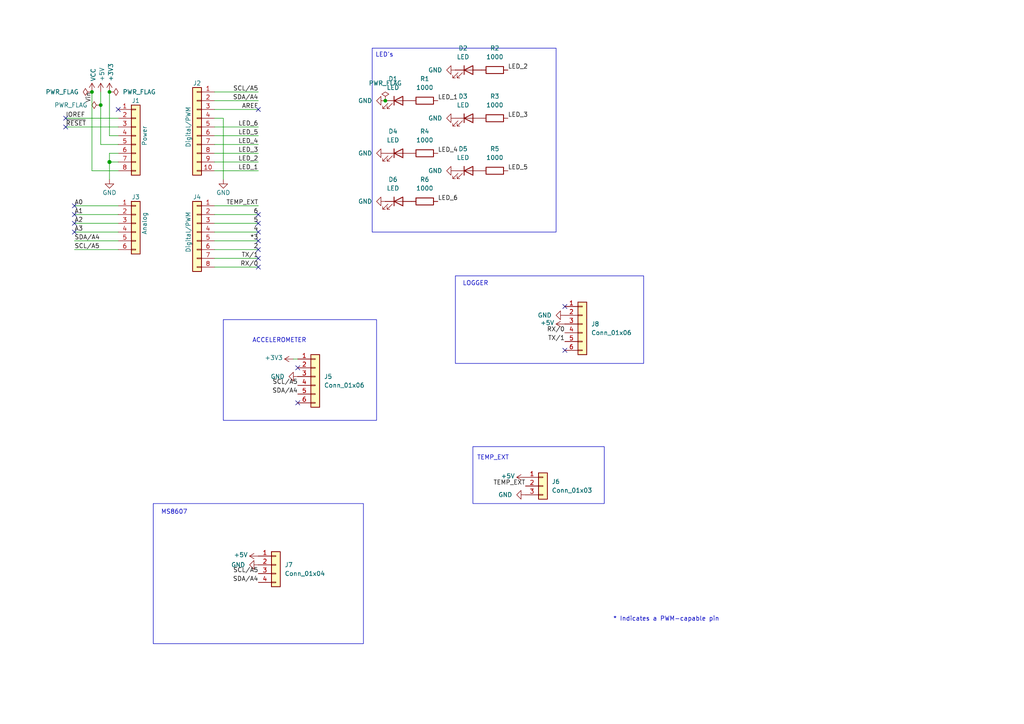
<source format=kicad_sch>
(kicad_sch (version 20231120) (generator "eeschema") (generator_version "8.0")
  (paper "A4")
  (title_block (date "mar. 31 mars 2015"))
  (lib_symbols
    (symbol "Connector_Generic:Conn_01x03" (pin_names (offset 1.016) hide)
      (property "Reference" "J" (at 0 5.08 0))
      (property "Value" "Conn_01x03" (at 0 -5.08 0))
      (symbol "Conn_01x03_1_1"
        (rectangle (start -1.27 -2.413) (end 0 -2.667) (stroke (width 0.1524)))
        (rectangle (start -1.27 0.127) (end 0 -0.127) (stroke (width 0.1524)))
        (rectangle (start -1.27 2.667) (end 0 2.413) (stroke (width 0.1524)))
        (rectangle (start -1.27 3.81) (end 1.27 -3.81) (stroke (width 0.254)) (fill (type background)))
        (pin passive line (at -5.08 2.54 0) (length 3.81) (name "Pin_1") (number "1"))
        (pin passive line (at -5.08 0 0) (length 3.81) (name "Pin_2") (number "2"))
        (pin passive line (at -5.08 -2.54 0) (length 3.81) (name "Pin_3") (number "3"))
      )
    )
    (symbol "Connector_Generic:Conn_01x04" (pin_names (offset 1.016) hide)
      (property "Reference" "J" (at 0 5.08 0))
      (property "Value" "Conn_01x04" (at 0 -7.62 0))
      (symbol "Conn_01x04_1_1"
        (rectangle (start -1.27 -4.953) (end 0 -5.207) (stroke (width 0.1524)))
        (rectangle (start -1.27 -2.413) (end 0 -2.667) (stroke (width 0.1524)))
        (rectangle (start -1.27 0.127) (end 0 -0.127) (stroke (width 0.1524)))
        (rectangle (start -1.27 2.667) (end 0 2.413) (stroke (width 0.1524)))
        (rectangle (start -1.27 3.81) (end 1.27 -6.35) (stroke (width 0.254)) (fill (type background)))
        (pin passive line (at -5.08 2.54 0) (length 3.81) (name "Pin_1") (number "1"))
        (pin passive line (at -5.08 0 0) (length 3.81) (name "Pin_2") (number "2"))
        (pin passive line (at -5.08 -2.54 0) (length 3.81) (name "Pin_3") (number "3"))
        (pin passive line (at -5.08 -5.08 0) (length 3.81) (name "Pin_4") (number "4"))
      )
    )
    (symbol "Connector_Generic:Conn_01x06" (pin_names (offset 1.016) hide)
      (property "Reference" "J" (at 0 7.62 0))
      (property "Value" "Conn_01x06" (at 0 -10.16 0))
      (symbol "Conn_01x06_1_1"
        (rectangle (start -1.27 -7.493) (end 0 -7.747) (stroke (width 0.1524)))
        (rectangle (start -1.27 -4.953) (end 0 -5.207) (stroke (width 0.1524)))
        (rectangle (start -1.27 -2.413) (end 0 -2.667) (stroke (width 0.1524)))
        (rectangle (start -1.27 0.127) (end 0 -0.127) (stroke (width 0.1524)))
        (rectangle (start -1.27 2.667) (end 0 2.413) (stroke (width 0.1524)))
        (rectangle (start -1.27 5.207) (end 0 4.953) (stroke (width 0.1524)))
        (rectangle (start -1.27 6.35) (end 1.27 -8.89) (stroke (width 0.254)) (fill (type background)))
        (pin passive line (at -5.08 5.08 0) (length 3.81) (name "Pin_1") (number "1"))
        (pin passive line (at -5.08 2.54 0) (length 3.81) (name "Pin_2") (number "2"))
        (pin passive line (at -5.08 0 0) (length 3.81) (name "Pin_3") (number "3"))
        (pin passive line (at -5.08 -2.54 0) (length 3.81) (name "Pin_4") (number "4"))
        (pin passive line (at -5.08 -5.08 0) (length 3.81) (name "Pin_5") (number "5"))
        (pin passive line (at -5.08 -7.62 0) (length 3.81) (name "Pin_6") (number "6"))
      )
    )
    (symbol "Connector_Generic:Conn_01x08" (pin_names (offset 1.016) hide)
      (property "Reference" "J" (at 0 10.16 0))
      (property "Value" "Conn_01x08" (at 0 -12.7 0))
      (symbol "Conn_01x08_1_1"
        (rectangle (start -1.27 -10.033) (end 0 -10.287) (stroke (width 0.1524)))
        (rectangle (start -1.27 -7.493) (end 0 -7.747) (stroke (width 0.1524)))
        (rectangle (start -1.27 -4.953) (end 0 -5.207) (stroke (width 0.1524)))
        (rectangle (start -1.27 -2.413) (end 0 -2.667) (stroke (width 0.1524)))
        (rectangle (start -1.27 0.127) (end 0 -0.127) (stroke (width 0.1524)))
        (rectangle (start -1.27 2.667) (end 0 2.413) (stroke (width 0.1524)))
        (rectangle (start -1.27 5.207) (end 0 4.953) (stroke (width 0.1524)))
        (rectangle (start -1.27 7.747) (end 0 7.493) (stroke (width 0.1524)))
        (rectangle (start -1.27 8.89) (end 1.27 -11.43) (stroke (width 0.254)) (fill (type background)))
        (pin passive line (at -5.08 7.62 0) (length 3.81) (name "Pin_1") (number "1"))
        (pin passive line (at -5.08 5.08 0) (length 3.81) (name "Pin_2") (number "2"))
        (pin passive line (at -5.08 2.54 0) (length 3.81) (name "Pin_3") (number "3"))
        (pin passive line (at -5.08 0 0) (length 3.81) (name "Pin_4") (number "4"))
        (pin passive line (at -5.08 -2.54 0) (length 3.81) (name "Pin_5") (number "5"))
        (pin passive line (at -5.08 -5.08 0) (length 3.81) (name "Pin_6") (number "6"))
        (pin passive line (at -5.08 -7.62 0) (length 3.81) (name "Pin_7") (number "7"))
        (pin passive line (at -5.08 -10.16 0) (length 3.81) (name "Pin_8") (number "8"))
      )
    )
    (symbol "Connector_Generic:Conn_01x10" (pin_names (offset 1.016) hide)
      (property "Reference" "J" (at 0 12.7 0))
      (property "Value" "Conn_01x10" (at 0 -15.24 0))
      (symbol "Conn_01x10_1_1"
        (rectangle (start -1.27 -12.573) (end 0 -12.827) (stroke (width 0.1524)))
        (rectangle (start -1.27 -10.033) (end 0 -10.287) (stroke (width 0.1524)))
        (rectangle (start -1.27 -7.493) (end 0 -7.747) (stroke (width 0.1524)))
        (rectangle (start -1.27 -4.953) (end 0 -5.207) (stroke (width 0.1524)))
        (rectangle (start -1.27 -2.413) (end 0 -2.667) (stroke (width 0.1524)))
        (rectangle (start -1.27 0.127) (end 0 -0.127) (stroke (width 0.1524)))
        (rectangle (start -1.27 2.667) (end 0 2.413) (stroke (width 0.1524)))
        (rectangle (start -1.27 5.207) (end 0 4.953) (stroke (width 0.1524)))
        (rectangle (start -1.27 7.747) (end 0 7.493) (stroke (width 0.1524)))
        (rectangle (start -1.27 10.287) (end 0 10.033) (stroke (width 0.1524)))
        (rectangle (start -1.27 11.43) (end 1.27 -13.97) (stroke (width 0.254)) (fill (type background)))
        (pin passive line (at -5.08 10.16 0) (length 3.81) (name "Pin_1") (number "1"))
        (pin passive line (at -5.08 -12.7 0) (length 3.81) (name "Pin_10") (number "10"))
        (pin passive line (at -5.08 7.62 0) (length 3.81) (name "Pin_2") (number "2"))
        (pin passive line (at -5.08 5.08 0) (length 3.81) (name "Pin_3") (number "3"))
        (pin passive line (at -5.08 2.54 0) (length 3.81) (name "Pin_4") (number "4"))
        (pin passive line (at -5.08 0 0) (length 3.81) (name "Pin_5") (number "5"))
        (pin passive line (at -5.08 -2.54 0) (length 3.81) (name "Pin_6") (number "6"))
        (pin passive line (at -5.08 -5.08 0) (length 3.81) (name "Pin_7") (number "7"))
        (pin passive line (at -5.08 -7.62 0) (length 3.81) (name "Pin_8") (number "8"))
        (pin passive line (at -5.08 -10.16 0) (length 3.81) (name "Pin_9") (number "9"))
      )
    )
    (symbol "Device:LED" (pin_numbers hide) (pin_names (offset 1.016) hide)
      (property "Reference" "D" (at 0 2.54 0))
      (property "Value" "LED" (at 0 -2.54 0))
      (symbol "LED_0_1"
        (polyline (pts (xy -1.27 -1.27) (xy -1.27 1.27)) (stroke (width 0.254)))
        (polyline (pts (xy -1.27 0) (xy 1.27 0)))
        (polyline (pts (xy 1.27 -1.27) (xy 1.27 1.27) (xy -1.27 0) (xy 1.27 -1.27)) (stroke (width 0.254)))
        (polyline (pts (xy -3.048 -0.762) (xy -4.572 -2.286) (xy -3.81 -2.286) (xy -4.572 -2.286) (xy -4.572 -1.524)))
        (polyline (pts (xy -1.778 -0.762) (xy -3.302 -2.286) (xy -2.54 -2.286) (xy -3.302 -2.286) (xy -3.302 -1.524)))
      )
      (symbol "LED_1_1"
        (pin passive line (at -3.81 0 0) (length 2.54) (name "K") (number "1"))
        (pin passive line (at 3.81 0 180) (length 2.54) (name "A") (number "2"))
      )
    )
    (symbol "Device:R" (pin_numbers hide) (pin_names (offset 0))
      (property "Reference" "R" (at 2.032 0 90))
      (property "Value" "R" (at 0 0 90))
      (symbol "R_0_1"
        (rectangle (start -1.016 -2.54) (end 1.016 2.54) (stroke (width 0.254)))
      )
      (symbol "R_1_1"
        (pin passive line (at 0 3.81 270) (length 1.27) (name "~") (number "1"))
        (pin passive line (at 0 -3.81 90) (length 1.27) (name "~") (number "2"))
      )
    )
    (symbol "GND_2" (power) (pin_numbers hide) (pin_names (offset 0) hide)
      (property "Value" "GND" (at 0 -3.81 0))
      (symbol "GND_2_0_1"
        (polyline (pts (xy 0 0) (xy 0 -1.27) (xy 1.27 -1.27) (xy 0 -2.54) (xy -1.27 -1.27) (xy 0 -1.27)))
      )
      (symbol "GND_2_1_1"
        (pin power_in line (at 0 0 270) (length 0) (name "~") (number "1"))
      )
    )
    (symbol "power:+3V3" (power) (pin_names (offset 0))
      (property "Value" "+3V3" (at 0 3.556 0))
      (symbol "+3V3_0_1"
        (polyline (pts (xy -0.762 1.27) (xy 0 2.54)))
        (polyline (pts (xy 0 0) (xy 0 2.54)))
        (polyline (pts (xy 0 2.54) (xy 0.762 1.27)))
      )
      (symbol "+3V3_1_1"
        (pin power_in line (at 0 0 90) (length 0) hide (name "+3V3") (number "1"))
      )
    )
    (symbol "power:+5V" (power) (pin_names (offset 0))
      (property "Value" "+5V" (at 0 3.556 0))
      (symbol "+5V_0_1"
        (polyline (pts (xy -0.762 1.27) (xy 0 2.54)))
        (polyline (pts (xy 0 0) (xy 0 2.54)))
        (polyline (pts (xy 0 2.54) (xy 0.762 1.27)))
      )
      (symbol "+5V_1_1"
        (pin power_in line (at 0 0 90) (length 0) hide (name "+5V") (number "1"))
      )
    )
    (symbol "power:GND" (power) (pin_names (offset 0))
      (property "Value" "GND" (at 0 -3.81 0))
      (symbol "GND_0_1"
        (polyline (pts (xy 0 0) (xy 0 -1.27) (xy 1.27 -1.27) (xy 0 -2.54) (xy -1.27 -1.27) (xy 0 -1.27)))
      )
      (symbol "GND_1_1"
        (pin power_in line (at 0 0 270) (length 0) hide (name "GND") (number "1"))
      )
    )
    (symbol "power:PWR_FLAG" (power) (pin_numbers hide) (pin_names (offset 0) hide)
      (property "Value" "PWR_FLAG" (at 0 3.81 0))
      (symbol "PWR_FLAG_0_0"
        (pin power_out line (at 0 0 90) (length 0) (name "~") (number "1"))
      )
      (symbol "PWR_FLAG_0_1"
        (polyline (pts (xy 0 0) (xy 0 1.27) (xy -1.016 1.905) (xy 0 2.54) (xy 1.016 1.905) (xy 0 1.27)))
      )
    )
    (symbol "power:VCC" (power) (pin_names (offset 0))
      (property "Value" "VCC" (at 0 3.81 0))
      (symbol "VCC_0_1"
        (polyline (pts (xy -0.762 1.27) (xy 0 2.54)))
        (polyline (pts (xy 0 0) (xy 0 2.54)))
        (polyline (pts (xy 0 2.54) (xy 0.762 1.27)))
      )
      (symbol "VCC_1_1"
        (pin power_in line (at 0 0 90) (length 0) hide (name "VCC") (number "1"))
      )
    )
  )
  (junction (at 111.76 29.21))
  (junction (at 29.21 30.48))
  (junction (at 31.75 46.99) (diameter 1.016))
  (junction (at 31.75 26.67))
  (junction (at 26.67 26.67))
  (no_connect (at 86.36 106.68))
  (no_connect (at 86.36 116.84))
  (no_connect (at 163.83 88.9))
  (no_connect (at 21.59 62.23))
  (no_connect (at 74.93 31.75))
  (no_connect (at 19.05 36.83))
  (no_connect (at 74.93 77.47))
  (no_connect (at 74.93 74.93))
  (no_connect (at 74.93 67.31))
  (no_connect (at 21.59 59.69))
  (no_connect (at 19.05 34.29))
  (no_connect (at 74.93 62.23))
  (no_connect (at 21.59 64.77))
  (no_connect (at 21.59 67.31))
  (no_connect (at 74.93 64.77))
  (no_connect (at 34.29 31.75))
  (no_connect (at 74.93 72.39))
  (no_connect (at 74.93 69.85))
  (no_connect (at 163.83 101.6))
  (wire (pts (xy 62.23 77.47) (xy 74.93 77.47)))
  (wire (pts (xy 62.23 44.45) (xy 74.93 44.45)))
  (wire (pts (xy 62.23 26.67) (xy 74.93 26.67)))
  (wire (pts (xy 85.09 104.14) (xy 86.36 104.14)))
  (wire (pts (xy 31.75 44.45) (xy 31.75 46.99)))
  (wire (pts (xy 21.59 72.39) (xy 34.29 72.39)))
  (wire (pts (xy 31.75 46.99) (xy 31.75 52.07)))
  (wire (pts (xy 29.21 30.48) (xy 29.21 41.91)))
  (wire (pts (xy 31.75 39.37) (xy 34.29 39.37)))
  (wire (pts (xy 29.21 41.91) (xy 34.29 41.91)))
  (wire (pts (xy 29.21 26.67) (xy 29.21 30.48)))
  (wire (pts (xy 62.23 36.83) (xy 74.93 36.83)))
  (wire (pts (xy 31.75 26.67) (xy 31.75 39.37)))
  (wire (pts (xy 62.23 59.69) (xy 74.93 59.69)))
  (wire (pts (xy 34.29 59.69) (xy 21.59 59.69)))
  (wire (pts (xy 62.23 39.37) (xy 74.93 39.37)))
  (wire (pts (xy 62.23 62.23) (xy 74.93 62.23)))
  (wire (pts (xy 62.23 46.99) (xy 74.93 46.99)))
  (wire (pts (xy 62.23 67.31) (xy 74.93 67.31)))
  (wire (pts (xy 19.05 34.29) (xy 34.29 34.29)))
  (wire (pts (xy 64.77 34.29) (xy 64.77 52.07)))
  (wire (pts (xy 62.23 31.75) (xy 74.93 31.75)))
  (wire (pts (xy 34.29 64.77) (xy 21.59 64.77)))
  (wire (pts (xy 19.05 36.83) (xy 34.29 36.83)))
  (wire (pts (xy 34.29 46.99) (xy 31.75 46.99)))
  (wire (pts (xy 34.29 49.53) (xy 26.67 49.53)))
  (wire (pts (xy 21.59 62.23) (xy 34.29 62.23)))
  (wire (pts (xy 62.23 34.29) (xy 64.77 34.29)))
  (wire (pts (xy 34.29 44.45) (xy 31.75 44.45)))
  (wire (pts (xy 62.23 41.91) (xy 74.93 41.91)))
  (wire (pts (xy 62.23 64.77) (xy 74.93 64.77)))
  (wire (pts (xy 21.59 67.31) (xy 34.29 67.31)))
  (wire (pts (xy 62.23 29.21) (xy 74.93 29.21)))
  (wire (pts (xy 62.23 72.39) (xy 74.93 72.39)))
  (wire (pts (xy 62.23 69.85) (xy 74.93 69.85)))
  (wire (pts (xy 62.23 74.93) (xy 74.93 74.93)))
  (wire (pts (xy 26.67 49.53) (xy 26.67 26.67)))
  (wire (pts (xy 34.29 69.85) (xy 21.59 69.85)))
  (wire (pts (xy 62.23 49.53) (xy 74.93 49.53)))
  (rectangle (start 170.18 92.71) (end 170.18 92.71))
  (rectangle (start 64.77 92.71) (end 109.22 121.92))
  (rectangle (start 44.45 146.05) (end 105.41 186.69))
  (rectangle (start 107.95 13.97) (end 161.29 67.31))
  (rectangle (start 137.16 129.54) (end 175.26 146.05))
  (rectangle (start 132.08 80.01) (end 186.69 105.41))
  (text "TEMP_EXT\n\n" (at 143.002 133.858 0) (effects (font (size 1.27 1.27))))
  (text "MS8607\n" (at 50.546 148.59 0) (effects (font (size 1.27 1.27))))
  (text "* Indicates a PWM-capable pin" (at 177.8 180.34 0) (effects (font (size 1.27 1.27)) (justify left bottom)))
  (text "LED's" (at 111.506 16.002 0) (effects (font (size 1.27 1.27))))
  (text "LOGGER\n\n" (at 137.922 83.312 0) (effects (font (size 1.27 1.27))))
  (text "ACCELEROMETER" (at 81.026 98.806 0) (effects (font (size 1.27 1.27))))
  (label "RX{slash}0" (at 74.93 77.47 180))
  (label "A2" (at 21.59 64.77 0))
  (label "4" (at 74.93 67.31 180))
  (label "2" (at 74.93 72.39 180))
  (label "A3" (at 21.59 67.31 0))
  (label "LED_6" (at 74.93 36.83 180))
  (label "LED_5" (at 74.93 39.37 180))
  (label "SCL{slash}A5" (at 86.36 111.76 180))
  (label "~{RESET}" (at 19.05 36.83 0))
  (label "LED_3" (at 74.93 44.45 180))
  (label "LED_3" (at 147.32 34.29 0))
  (label "TEMP_EXT" (at 74.93 59.69 180))
  (label "SDA{slash}A4" (at 74.93 29.21 180))
  (label "LED_1" (at 74.93 49.53 180))
  (label "LED_4" (at 127 44.45 0))
  (label "SDA{slash}A4" (at 86.36 114.3 180))
  (label "LED_4" (at 74.93 41.91 180))
  (label "*3" (at 74.93 69.85 180))
  (label "TEMP_EXT" (at 152.4 140.97 180))
  (label "SCL{slash}A5" (at 74.93 166.37 180))
  (label "A1" (at 21.59 62.23 0))
  (label "TX{slash}1" (at 74.93 74.93 180))
  (label "LED_2" (at 147.32 20.32 0))
  (label "A0" (at 21.59 59.69 0))
  (label "AREF" (at 74.93 31.75 180))
  (label "Vin" (at 26.67 26.67 270))
  (label "LED_5" (at 147.32 49.53 0))
  (label "6" (at 74.93 62.23 180))
  (label "SCL{slash}A5" (at 74.93 26.67 180))
  (label "LED_6" (at 127 58.42 0))
  (label "LED_1" (at 127 29.21 0))
  (label "LED_2" (at 74.93 46.99 180))
  (label "5" (at 74.93 64.77 180))
  (label "SDA{slash}A4" (at 74.93 168.91 180))
  (label "IOREF" (at 19.05 34.29 0))
  (label "SDA{slash}A4" (at 21.59 69.85 0))
  (label "SCL{slash}A5" (at 21.59 72.39 0))
  (label "RX{slash}0" (at 163.83 96.52 180))
  (label "TX{slash}1" (at 163.83 99.06 180))
  (symbol (lib_id "Connector_Generic:Conn_01x08") (at 39.37 39.37 0) (unit 1)
    (property "Reference" "J1" (at 39.37 29.21 0))
    (property "Value" "Power" (at 41.91 39.37 90))
    (property "Footprint" "Connector_PinSocket_2.54mm:PinSocket_1x08_P2.54mm_Vertical" (effects (hide yes)))
  )
  (symbol (lib_id "power:+3V3") (at 31.75 26.67 0) (unit 1)
    (property "Reference" "#PWR03" (effects (hide yes)))
    (property "Value" "+3V3" (at 32.131 23.622 90) (effects (justify left)))
  )
  (symbol (lib_id "power:+5V") (at 29.21 26.67 0) (unit 1)
    (property "Reference" "#PWR02" (effects (hide yes)))
    (property "Value" "+5V" (at 29.5656 23.622 90) (effects (justify left)))
  )
  (symbol (lib_id "power:GND") (at 31.75 52.07 0) (unit 1)
    (property "Reference" "#PWR04" (effects (hide yes)))
    (property "Value" "GND" (at 31.75 55.88 0))
  )
  (symbol (lib_id "Connector_Generic:Conn_01x10") (at 57.15 36.83 0) (mirror y) (unit 1)
    (property "Reference" "J2" (at 57.15 24.13 0))
    (property "Value" "Digital/PWM" (at 54.61 36.83 90))
    (property "Footprint" "Connector_PinSocket_2.54mm:PinSocket_1x10_P2.54mm_Vertical" (effects (hide yes)))
  )
  (symbol (lib_id "power:GND") (at 64.77 52.07 0) (unit 1)
    (property "Reference" "#PWR05" (effects (hide yes)))
    (property "Value" "GND" (at 64.77 55.88 0))
  )
  (symbol (lib_id "Connector_Generic:Conn_01x06") (at 39.37 64.77 0) (unit 1)
    (property "Reference" "J3" (at 39.37 57.15 0))
    (property "Value" "Analog" (at 41.91 64.77 90))
    (property "Footprint" "Connector_PinSocket_2.54mm:PinSocket_1x06_P2.54mm_Vertical" (effects (hide yes)))
  )
  (symbol (lib_id "Connector_Generic:Conn_01x08") (at 57.15 67.31 0) (mirror y) (unit 1)
    (property "Reference" "J4" (at 57.15 57.15 0))
    (property "Value" "Digital/PWM" (at 54.61 67.31 90))
    (property "Footprint" "Connector_PinSocket_2.54mm:PinSocket_1x08_P2.54mm_Vertical" (effects (hide yes)))
  )
  (symbol (lib_id "power:+5V") (at 163.83 93.98 90) (unit 1)
    (property "Reference" "#PWR013" (effects (hide yes)))
    (property "Value" "+5V" (at 160.782 93.6244 90) (effects (justify left)))
  )
  (symbol (lib_id "power:PWR_FLAG") (at 26.67 26.67 90) (unit 1)
    (property "Reference" "#FLG01" (effects (hide yes)))
    (property "Value" "PWR_FLAG" (at 22.86 26.6699 90) (effects (justify left)))
    (property "Description" "Special symbol for telling ERC where power comes from" (effects (hide yes)))
  )
  (symbol (lib_name "GND_2") (lib_id "power:GND") (at 111.76 29.21 270) (unit 1)
    (property "Reference" "#PWR06" (effects (hide yes)))
    (property "Value" "GND" (at 107.95 29.2099 90) (effects (justify right)))
    (property "Description" "Power symbol creates a global label with name \"GND\" , ground" (effects (hide yes)))
  )
  (symbol (lib_id "Device:R") (at 123.19 44.45 90) (unit 1)
    (property "Reference" "R4" (at 123.19 38.1 90))
    (property "Value" "1000" (at 123.19 40.64 90))
    (property "Footprint" "Resistor_THT:R_Axial_DIN0207_L6.3mm_D2.5mm_P10.16mm_Horizontal" (effects (hide yes)))
    (property "Description" "Resistor" (effects (hide yes)))
  )
  (symbol (lib_id "Device:R") (at 143.51 49.53 90) (unit 1)
    (property "Reference" "R5" (at 143.51 43.18 90))
    (property "Value" "1000" (at 143.51 45.72 90))
    (property "Footprint" "Resistor_THT:R_Axial_DIN0207_L6.3mm_D2.5mm_P10.16mm_Horizontal" (effects (hide yes)))
    (property "Description" "Resistor" (effects (hide yes)))
  )
  (symbol (lib_id "Device:R") (at 143.51 34.29 90) (unit 1)
    (property "Reference" "R3" (at 143.51 27.94 90))
    (property "Value" "1000" (at 143.51 30.48 90))
    (property "Footprint" "Resistor_THT:R_Axial_DIN0207_L6.3mm_D2.5mm_P10.16mm_Horizontal" (effects (hide yes)))
    (property "Description" "Resistor" (effects (hide yes)))
  )
  (symbol (lib_name "GND_2") (lib_id "power:GND") (at 86.36 109.22 270) (unit 1)
    (property "Reference" "#PWR019" (effects (hide yes)))
    (property "Value" "GND" (at 82.55 109.2199 90) (effects (justify right)))
    (property "Description" "Power symbol creates a global label with name \"GND\" , ground" (effects (hide yes)))
  )
  (symbol (lib_id "Device:LED") (at 115.57 58.42 0) (unit 1)
    (property "Reference" "D6" (at 113.9825 52.07 0))
    (property "Value" "LED" (at 113.9825 54.61 0))
    (property "Footprint" "LED_THT:LED_D5.0mm" (effects (hide yes)))
    (property "Description" "Light emitting diode" (effects (hide yes)))
  )
  (symbol (lib_id "Device:R") (at 143.51 20.32 90) (unit 1)
    (property "Reference" "R2" (at 143.51 13.97 90))
    (property "Value" "1000" (at 143.51 16.51 90))
    (property "Footprint" "Resistor_THT:R_Axial_DIN0207_L6.3mm_D2.5mm_P10.16mm_Horizontal" (effects (hide yes)))
    (property "Description" "Resistor" (effects (hide yes)))
  )
  (symbol (lib_id "Device:R") (at 123.19 58.42 90) (unit 1)
    (property "Reference" "R6" (at 123.19 52.07 90))
    (property "Value" "1000" (at 123.19 54.61 90))
    (property "Footprint" "Resistor_THT:R_Axial_DIN0207_L6.3mm_D2.5mm_P10.16mm_Horizontal" (effects (hide yes)))
    (property "Description" "Resistor" (effects (hide yes)))
  )
  (symbol (lib_name "GND_2") (lib_id "power:GND") (at 132.08 20.32 270) (unit 1)
    (property "Reference" "#PWR020" (effects (hide yes)))
    (property "Value" "GND" (at 128.27 20.3199 90) (effects (justify right)))
    (property "Description" "Power symbol creates a global label with name \"GND\" , ground" (effects (hide yes)))
  )
  (symbol (lib_id "Connector_Generic:Conn_01x03") (at 157.48 140.97 0) (unit 1)
    (property "Reference" "J6" (at 160.02 139.6999 0) (effects (justify left)))
    (property "Value" "Conn_01x03" (at 160.02 142.2399 0) (effects (justify left)))
    (property "Footprint" "Connector_JST:JST_XH_B3B-XH-A_1x03_P2.50mm_Vertical" (effects (hide yes)))
    (property "Description" "Generic connector, single row, 01x03, script generated (kicad-library-utils/schlib/autogen/connector/)" (effects (hide yes)))
  )
  (symbol (lib_id "power:VCC") (at 26.67 26.67 0) (unit 1)
    (property "Reference" "#PWR01" (effects (hide yes)))
    (property "Value" "VCC" (at 27.051 23.622 90) (effects (justify left)))
  )
  (symbol (lib_name "GND_2") (lib_id "power:GND") (at 132.08 49.53 270) (unit 1)
    (property "Reference" "#PWR010" (effects (hide yes)))
    (property "Value" "GND" (at 128.27 49.5299 90) (effects (justify right)))
    (property "Description" "Power symbol creates a global label with name \"GND\" , ground" (effects (hide yes)))
  )
  (symbol (lib_name "GND_2") (lib_id "power:GND") (at 74.93 163.83 270) (unit 1)
    (property "Reference" "#PWR015" (effects (hide yes)))
    (property "Value" "GND" (at 71.12 163.8299 90) (effects (justify right)))
    (property "Description" "Power symbol creates a global label with name \"GND\" , ground" (effects (hide yes)))
  )
  (symbol (lib_name "GND_2") (lib_id "power:GND") (at 132.08 34.29 270) (unit 1)
    (property "Reference" "#PWR07" (effects (hide yes)))
    (property "Value" "GND" (at 128.27 34.2899 90) (effects (justify right)))
    (property "Description" "Power symbol creates a global label with name \"GND\" , ground" (effects (hide yes)))
  )
  (symbol (lib_name "GND_2") (lib_id "power:GND") (at 152.4 143.51 270) (unit 1)
    (property "Reference" "#PWR017" (effects (hide yes)))
    (property "Value" "GND" (at 148.59 143.5099 90) (effects (justify right)))
    (property "Description" "Power symbol creates a global label with name \"GND\" , ground" (effects (hide yes)))
  )
  (symbol (lib_id "power:PWR_FLAG") (at 111.76 29.21 0) (unit 1)
    (property "Reference" "#FLG04" (effects (hide yes)))
    (property "Value" "PWR_FLAG" (at 111.76 24.13 0))
    (property "Description" "Special symbol for telling ERC where power comes from" (effects (hide yes)))
  )
  (symbol (lib_id "power:PWR_FLAG") (at 31.75 26.67 270) (unit 1)
    (property "Reference" "#FLG03" (effects (hide yes)))
    (property "Value" "PWR_FLAG" (at 35.56 26.6699 90) (effects (justify left)))
    (property "Description" "Special symbol for telling ERC where power comes from" (effects (hide yes)))
  )
  (symbol (lib_id "Connector_Generic:Conn_01x06") (at 168.91 93.98 0) (unit 1)
    (property "Reference" "J8" (at 171.45 93.9799 0) (effects (justify left)))
    (property "Value" "Conn_01x06" (at 171.45 96.5199 0) (effects (justify left)))
    (property "Footprint" "Connector_PinSocket_2.54mm:PinSocket_1x06_P2.54mm_Vertical" (effects (hide yes)))
    (property "Description" "Generic connector, single row, 01x06, script generated (kicad-library-utils/schlib/autogen/connector/)" (effects (hide yes)))
  )
  (symbol (lib_id "Device:R") (at 123.19 29.21 90) (unit 1)
    (property "Reference" "R1" (at 123.19 22.86 90))
    (property "Value" "1000" (at 123.19 25.4 90))
    (property "Footprint" "Resistor_THT:R_Axial_DIN0207_L6.3mm_D2.5mm_P10.16mm_Horizontal" (effects (hide yes)))
    (property "Description" "Resistor" (effects (hide yes)))
  )
  (symbol (lib_id "power:PWR_FLAG") (at 29.21 30.48 90) (unit 1)
    (property "Reference" "#FLG02" (effects (hide yes)))
    (property "Value" "PWR_FLAG" (at 25.4 30.4799 90) (effects (justify left)))
    (property "Description" "Special symbol for telling ERC where power comes from" (effects (hide yes)))
  )
  (symbol (lib_name "GND_2") (lib_id "power:GND") (at 163.83 91.44 270) (unit 1)
    (property "Reference" "#PWR012" (effects (hide yes)))
    (property "Value" "GND" (at 160.02 91.4399 90) (effects (justify right)))
    (property "Description" "Power symbol creates a global label with name \"GND\" , ground" (effects (hide yes)))
  )
  (symbol (lib_id "Connector_Generic:Conn_01x04") (at 80.01 163.83 0) (unit 1)
    (property "Reference" "J7" (at 82.55 163.8299 0) (effects (justify left)))
    (property "Value" "Conn_01x04" (at 82.55 166.3699 0) (effects (justify left)))
    (property "Footprint" "Connector_PinSocket_2.54mm:PinSocket_1x04_P2.54mm_Vertical" (effects (hide yes)))
    (property "Description" "Generic connector, single row, 01x04, script generated (kicad-library-utils/schlib/autogen/connector/)" (effects (hide yes)))
  )
  (symbol (lib_id "power:+5V") (at 152.4 138.43 90) (unit 1)
    (property "Reference" "#PWR016" (effects (hide yes)))
    (property "Value" "+5V" (at 149.352 138.0744 90) (effects (justify left)))
  )
  (symbol (lib_id "power:+5V") (at 74.93 161.29 90) (unit 1)
    (property "Reference" "#PWR014" (effects (hide yes)))
    (property "Value" "+5V" (at 71.882 160.9344 90) (effects (justify left)))
  )
  (symbol (lib_id "Device:LED") (at 135.89 20.32 0) (unit 1)
    (property "Reference" "D2" (at 134.3025 13.97 0))
    (property "Value" "LED" (at 134.3025 16.51 0))
    (property "Footprint" "LED_THT:LED_D5.0mm" (effects (hide yes)))
    (property "Description" "Light emitting diode" (effects (hide yes)))
  )
  (symbol (lib_id "Connector_Generic:Conn_01x06") (at 91.44 109.22 0) (unit 1)
    (property "Reference" "J5" (at 93.98 109.2199 0) (effects (justify left)))
    (property "Value" "Conn_01x06" (at 93.98 111.7599 0) (effects (justify left)))
    (property "Footprint" "Connector_PinSocket_2.54mm:PinSocket_1x06_P2.54mm_Vertical" (effects (hide yes)))
    (property "Description" "Generic connector, single row, 01x06, script generated (kicad-library-utils/schlib/autogen/connector/)" (effects (hide yes)))
  )
  (symbol (lib_name "GND_2") (lib_id "power:GND") (at 111.76 58.42 270) (unit 1)
    (property "Reference" "#PWR09" (effects (hide yes)))
    (property "Value" "GND" (at 107.95 58.4199 90) (effects (justify right)))
    (property "Description" "Power symbol creates a global label with name \"GND\" , ground" (effects (hide yes)))
  )
  (symbol (lib_id "power:+3V3") (at 85.09 104.14 90) (unit 1)
    (property "Reference" "#PWR011" (effects (hide yes)))
    (property "Value" "+3V3" (at 82.042 103.759 90) (effects (justify left)))
  )
  (symbol (lib_id "Device:LED") (at 115.57 44.45 0) (unit 1)
    (property "Reference" "D4" (at 113.9825 38.1 0))
    (property "Value" "LED" (at 113.9825 40.64 0))
    (property "Footprint" "LED_THT:LED_D5.0mm" (effects (hide yes)))
    (property "Description" "Light emitting diode" (effects (hide yes)))
  )
  (symbol (lib_name "GND_2") (lib_id "power:GND") (at 111.76 44.45 270) (unit 1)
    (property "Reference" "#PWR08" (effects (hide yes)))
    (property "Value" "GND" (at 107.95 44.4499 90) (effects (justify right)))
    (property "Description" "Power symbol creates a global label with name \"GND\" , ground" (effects (hide yes)))
  )
  (symbol (lib_id "Device:LED") (at 115.57 29.21 0) (unit 1)
    (property "Reference" "D1" (at 113.9825 22.86 0))
    (property "Value" "LED" (at 113.9825 25.4 0))
    (property "Footprint" "LED_THT:LED_D5.0mm" (effects (hide yes)))
    (property "Description" "Light emitting diode" (effects (hide yes)))
  )
  (symbol (lib_id "Device:LED") (at 135.89 49.53 0) (unit 1)
    (property "Reference" "D5" (at 134.3025 43.18 0))
    (property "Value" "LED" (at 134.3025 45.72 0))
    (property "Footprint" "LED_THT:LED_D5.0mm" (effects (hide yes)))
    (property "Description" "Light emitting diode" (effects (hide yes)))
  )
  (symbol (lib_id "Device:LED") (at 135.89 34.29 0) (unit 1)
    (property "Reference" "D3" (at 134.3025 27.94 0))
    (property "Value" "LED" (at 134.3025 30.48 0))
    (property "Footprint" "LED_THT:LED_D5.0mm" (effects (hide yes)))
    (property "Description" "Light emitting diode" (effects (hide yes)))
  )
)
</source>
